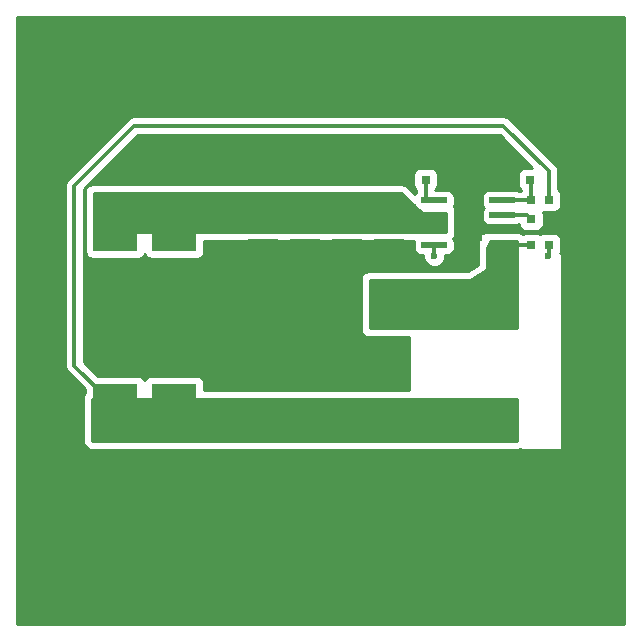
<source format=gbr>
G04 #@! TF.GenerationSoftware,KiCad,Pcbnew,(2017-08-08 revision 53204e097)-makepkg*
G04 #@! TF.CreationDate,2017-11-28T10:39:20+01:00*
G04 #@! TF.ProjectId,LMR1405001A,4C4D5231343035303031412E6B696361,rev?*
G04 #@! TF.SameCoordinates,Original*
G04 #@! TF.FileFunction,Copper,L2,Bot,Signal*
G04 #@! TF.FilePolarity,Positive*
%FSLAX46Y46*%
G04 Gerber Fmt 4.6, Leading zero omitted, Abs format (unit mm)*
G04 Created by KiCad (PCBNEW (2017-08-08 revision 53204e097)-makepkg) date 11/28/17 10:39:20*
%MOMM*%
%LPD*%
G01*
G04 APERTURE LIST*
%ADD10R,2.500000X1.000000*%
%ADD11R,0.800000X0.750000*%
%ADD12R,2.600000X3.200000*%
%ADD13R,5.400040X2.900680*%
%ADD14C,0.450000*%
%ADD15C,2.400000*%
%ADD16C,0.100000*%
%ADD17C,6.400000*%
%ADD18R,3.810000X3.810000*%
%ADD19C,0.600000*%
%ADD20C,0.300000*%
%ADD21C,0.254000*%
G04 APERTURE END LIST*
D10*
X129032000Y-88416000D03*
X129032000Y-91416000D03*
X121920000Y-91416000D03*
X121920000Y-88416000D03*
X125476000Y-88416000D03*
X125476000Y-91416000D03*
D11*
X141045500Y-89217500D03*
X142545500Y-89217500D03*
X141045500Y-91376500D03*
X142545500Y-91376500D03*
D10*
X121666000Y-102449500D03*
X121666000Y-105449500D03*
X118110000Y-105449500D03*
X118110000Y-102449500D03*
X128778000Y-102449500D03*
X128778000Y-105449500D03*
X125222000Y-105449500D03*
X125222000Y-102449500D03*
D12*
X121622000Y-96774000D03*
X128822000Y-96774000D03*
D13*
X137160000Y-95836740D03*
X137160000Y-105839260D03*
D11*
X132092000Y-85852000D03*
X133592000Y-85852000D03*
X141045500Y-87566500D03*
X142545500Y-87566500D03*
X140958000Y-85852000D03*
X139458000Y-85852000D03*
D14*
X136349500Y-90792000D03*
X135049500Y-90792000D03*
X135049500Y-88192000D03*
X136349500Y-88192000D03*
X136349500Y-89492000D03*
X135049500Y-89492000D03*
D15*
X135699500Y-89492000D03*
D16*
G36*
X136899500Y-91042000D02*
X134499500Y-91042000D01*
X134499500Y-87942000D01*
X136899500Y-87942000D01*
X136899500Y-91042000D01*
X136899500Y-91042000D01*
G37*
D14*
X138574500Y-91397000D03*
D16*
G36*
X139649500Y-91622000D02*
X137499500Y-91622000D01*
X137499500Y-91172000D01*
X139649500Y-91172000D01*
X139649500Y-91622000D01*
X139649500Y-91622000D01*
G37*
D14*
X138574500Y-90127000D03*
D16*
G36*
X139649500Y-90352000D02*
X137499500Y-90352000D01*
X137499500Y-89902000D01*
X139649500Y-89902000D01*
X139649500Y-90352000D01*
X139649500Y-90352000D01*
G37*
D14*
X138574500Y-88857000D03*
D16*
G36*
X139649500Y-89082000D02*
X137499500Y-89082000D01*
X137499500Y-88632000D01*
X139649500Y-88632000D01*
X139649500Y-89082000D01*
X139649500Y-89082000D01*
G37*
D14*
X138574500Y-87587000D03*
D16*
G36*
X139649500Y-87812000D02*
X137499500Y-87812000D01*
X137499500Y-87362000D01*
X139649500Y-87362000D01*
X139649500Y-87812000D01*
X139649500Y-87812000D01*
G37*
D14*
X132824500Y-87587000D03*
D16*
G36*
X133899500Y-87812000D02*
X131749500Y-87812000D01*
X131749500Y-87362000D01*
X133899500Y-87362000D01*
X133899500Y-87812000D01*
X133899500Y-87812000D01*
G37*
D14*
X132824500Y-88857000D03*
D16*
G36*
X133899500Y-89082000D02*
X131749500Y-89082000D01*
X131749500Y-88632000D01*
X133899500Y-88632000D01*
X133899500Y-89082000D01*
X133899500Y-89082000D01*
G37*
D14*
X132824500Y-90127000D03*
D16*
G36*
X133899500Y-90352000D02*
X131749500Y-90352000D01*
X131749500Y-89902000D01*
X133899500Y-89902000D01*
X133899500Y-90352000D01*
X133899500Y-90352000D01*
G37*
D14*
X132824500Y-91397000D03*
D16*
G36*
X133899500Y-91622000D02*
X131749500Y-91622000D01*
X131749500Y-91172000D01*
X133899500Y-91172000D01*
X133899500Y-91622000D01*
X133899500Y-91622000D01*
G37*
D10*
X118364000Y-88416000D03*
X118364000Y-91416000D03*
D17*
X101600000Y-118872000D03*
X144780000Y-76200000D03*
X144780000Y-118872000D03*
X101600000Y-76200000D03*
D18*
X105822912Y-90003600D03*
X110822912Y-90003600D03*
X110822912Y-95003600D03*
X105822912Y-95003600D03*
X105816400Y-105003600D03*
X110816400Y-105003600D03*
X110822912Y-100003600D03*
X105822912Y-100003600D03*
D19*
X124206000Y-97536000D03*
X124206000Y-96774000D03*
X124206000Y-96012000D03*
X126238000Y-97536000D03*
X126238000Y-96774000D03*
X126238000Y-96012000D03*
X125222000Y-97536000D03*
X125222000Y-96774000D03*
X125222000Y-96012000D03*
X106680000Y-85344000D03*
X128993004Y-92672156D03*
X125469782Y-92706529D03*
X121929373Y-92654970D03*
X118388965Y-92775275D03*
X128818393Y-101165917D03*
X125273111Y-101218832D03*
X121701371Y-101192375D03*
X118103175Y-101165917D03*
X135763000Y-82550000D03*
X134874000Y-82550000D03*
X135763000Y-83312000D03*
X135763000Y-84074000D03*
X136652000Y-82550000D03*
X136652000Y-83312000D03*
X134874000Y-83312000D03*
X134874000Y-84074000D03*
X136652000Y-84073990D03*
X135763000Y-84836000D03*
X135763000Y-85598000D03*
X134874000Y-84836000D03*
X134874000Y-85598000D03*
X136651984Y-86360000D03*
X134874000Y-86360000D03*
X135763000Y-86360000D03*
X136652000Y-84836000D03*
X136652000Y-85598000D03*
X142494000Y-92328994D03*
X132842000Y-92329000D03*
D20*
X118148000Y-88632000D02*
X118364000Y-88416000D01*
X118364000Y-88416000D02*
X119914000Y-88416000D01*
X119914000Y-88416000D02*
X121920000Y-88416000D01*
X129032000Y-88416000D02*
X130326000Y-88416000D01*
X130326000Y-88416000D02*
X130810000Y-88900000D01*
X130810000Y-88900000D02*
X132781500Y-88900000D01*
X132781500Y-88900000D02*
X132824500Y-88857000D01*
X121920000Y-88416000D02*
X125476000Y-88416000D01*
X132781500Y-90170000D02*
X132824500Y-90127000D01*
X125476000Y-88416000D02*
X129032000Y-88416000D01*
X132824500Y-90127000D02*
X132824500Y-88857000D01*
X123906001Y-97236001D02*
X124206000Y-97536000D01*
X123906001Y-97073999D02*
X123906001Y-97236001D01*
X123952000Y-97028000D02*
X123906001Y-97073999D01*
X124206000Y-96774000D02*
X124206000Y-97536000D01*
X121622000Y-96774000D02*
X124206000Y-96774000D01*
X125222000Y-97536000D02*
X126238000Y-97536000D01*
X126238000Y-96012000D02*
X126238000Y-96774000D01*
X124922001Y-96474001D02*
X125222000Y-96774000D01*
X124922001Y-96311999D02*
X124922001Y-96474001D01*
X124968000Y-96266000D02*
X124922001Y-96311999D01*
X125222000Y-96012000D02*
X125222000Y-96774000D01*
X129032000Y-91416000D02*
X129032000Y-92633160D01*
X129032000Y-92633160D02*
X128993004Y-92672156D01*
X125476000Y-91416000D02*
X125476000Y-92700311D01*
X125476000Y-92700311D02*
X125469782Y-92706529D01*
X121920000Y-91416000D02*
X121920000Y-92645597D01*
X121920000Y-92645597D02*
X121929373Y-92654970D01*
X118364000Y-91416000D02*
X118364000Y-92750310D01*
X118364000Y-92750310D02*
X118388965Y-92775275D01*
X128778000Y-102449500D02*
X128778000Y-101206310D01*
X128778000Y-101206310D02*
X128818393Y-101165917D01*
X125222000Y-102449500D02*
X125222000Y-101269943D01*
X125222000Y-101269943D02*
X125273111Y-101218832D01*
X121666000Y-102449500D02*
X121666000Y-101227746D01*
X121666000Y-101227746D02*
X121701371Y-101192375D01*
X118110000Y-102449500D02*
X118110000Y-101172742D01*
X118110000Y-101172742D02*
X118103175Y-101165917D01*
X134874000Y-82550000D02*
X135763000Y-82550000D01*
X134874000Y-83312000D02*
X135763000Y-83312000D01*
X135338736Y-84074000D02*
X135763000Y-84074000D01*
X135128000Y-84074000D02*
X135338736Y-84074000D01*
X134874000Y-84074000D02*
X135763000Y-84074000D01*
X135001000Y-83947000D02*
X135128000Y-84074000D01*
X136652000Y-83312000D02*
X136652000Y-82550000D01*
X136652000Y-84836000D02*
X136652000Y-84073990D01*
X135890000Y-84836000D02*
X135763000Y-84836000D01*
X134874000Y-84836000D02*
X135890000Y-84836000D01*
X134874000Y-85598000D02*
X135763000Y-85598000D01*
X136652000Y-86359984D02*
X136651984Y-86360000D01*
X136652000Y-85598000D02*
X136652000Y-86359984D01*
X135763000Y-86360000D02*
X134874000Y-86360000D01*
X136062999Y-86659999D02*
X135763000Y-86360000D01*
X136349500Y-86946500D02*
X136062999Y-86659999D01*
X136349500Y-88192000D02*
X136349500Y-86946500D01*
X138574500Y-88857000D02*
X140685000Y-88857000D01*
X140685000Y-88857000D02*
X141045500Y-89217500D01*
X129076000Y-95758000D02*
X137081260Y-95758000D01*
X137081260Y-95758000D02*
X137160000Y-95836740D01*
X138574500Y-91397000D02*
X138574500Y-95784500D01*
X138574500Y-95784500D02*
X138537500Y-95821500D01*
X138574500Y-91397000D02*
X141025000Y-91397000D01*
X141025000Y-91397000D02*
X141045500Y-91376500D01*
X142545500Y-92277494D02*
X142494000Y-92328994D01*
X142545500Y-91376500D02*
X142545500Y-92277494D01*
X132824500Y-92311500D02*
X132842000Y-92329000D01*
X132824500Y-91397000D02*
X132824500Y-92311500D01*
X132092000Y-85852000D02*
X132092000Y-87515000D01*
X132092000Y-87515000D02*
X132164000Y-87587000D01*
X132164000Y-87587000D02*
X132824500Y-87587000D01*
X106353600Y-105003600D02*
X105765600Y-105003600D01*
X105765600Y-105003600D02*
X102362000Y-101600000D01*
X102362000Y-86360000D02*
X107442000Y-81280000D01*
X102362000Y-101600000D02*
X102362000Y-86360000D01*
X142545500Y-85141500D02*
X142545500Y-86891500D01*
X107442000Y-81280000D02*
X138684000Y-81280000D01*
X138684000Y-81280000D02*
X142545500Y-85141500D01*
X142545500Y-86891500D02*
X142545500Y-87566500D01*
X117943500Y-105283000D02*
X118110000Y-105449500D01*
X128778000Y-105449500D02*
X136770240Y-105449500D01*
X136770240Y-105449500D02*
X137160000Y-105839260D01*
X125222000Y-105449500D02*
X126772000Y-105449500D01*
X126772000Y-105449500D02*
X128778000Y-105449500D01*
X121666000Y-105449500D02*
X125222000Y-105449500D01*
X118110000Y-105449500D02*
X121666000Y-105449500D01*
X141045500Y-87566500D02*
X141045500Y-85939500D01*
X141045500Y-85939500D02*
X140958000Y-85852000D01*
X138574500Y-87587000D02*
X141025000Y-87587000D01*
X141025000Y-87587000D02*
X141045500Y-87566500D01*
X128405760Y-105839260D02*
X128016000Y-105449500D01*
D21*
G36*
X139827000Y-98425000D02*
X129540698Y-98425000D01*
X137228183Y-93532962D01*
X137263996Y-93498713D01*
X137283976Y-93453367D01*
X137287000Y-93425817D01*
X137287000Y-91546788D01*
X137357309Y-91499809D01*
X137497657Y-91289765D01*
X137543559Y-91059000D01*
X139827000Y-91059000D01*
X139827000Y-98425000D01*
X139827000Y-98425000D01*
G37*
X139827000Y-98425000D02*
X129540698Y-98425000D01*
X137228183Y-93532962D01*
X137263996Y-93498713D01*
X137283976Y-93453367D01*
X137287000Y-93425817D01*
X137287000Y-91546788D01*
X137357309Y-91499809D01*
X137497657Y-91289765D01*
X137543559Y-91059000D01*
X139827000Y-91059000D01*
X139827000Y-98425000D01*
G36*
X148896000Y-123496000D02*
X97484000Y-123496000D01*
X97484000Y-86360000D01*
X101577000Y-86360000D01*
X101577000Y-101600000D01*
X101636755Y-101900407D01*
X101806921Y-102155079D01*
X103263960Y-103612118D01*
X103263960Y-103886871D01*
X103172336Y-104023996D01*
X103124000Y-104267000D01*
X103124000Y-108077000D01*
X103172336Y-108320004D01*
X103309987Y-108526013D01*
X103515996Y-108663664D01*
X103759000Y-108712000D01*
X139933121Y-108712000D01*
X140118639Y-108675099D01*
X140159399Y-108702333D01*
X140208000Y-108712000D01*
X143510000Y-108712000D01*
X143558601Y-108702333D01*
X143599803Y-108674803D01*
X143627333Y-108633601D01*
X143637000Y-108585000D01*
X143637000Y-92202000D01*
X143627333Y-92153399D01*
X143599803Y-92112197D01*
X143558601Y-92084667D01*
X143510000Y-92075000D01*
X143493052Y-92075000D01*
X143543657Y-91999265D01*
X143592940Y-91751500D01*
X143592940Y-91001500D01*
X143543657Y-90753735D01*
X143403309Y-90543691D01*
X143193265Y-90403343D01*
X142945500Y-90354060D01*
X142145500Y-90354060D01*
X141897735Y-90403343D01*
X141795500Y-90471655D01*
X141693265Y-90403343D01*
X141445500Y-90354060D01*
X140645500Y-90354060D01*
X140397735Y-90403343D01*
X140340776Y-90441402D01*
X140197004Y-90345336D01*
X139954000Y-90297000D01*
X137160000Y-90297000D01*
X136916996Y-90345336D01*
X136710987Y-90482987D01*
X136573336Y-90688996D01*
X136525000Y-90932000D01*
X136525000Y-93077236D01*
X135705086Y-93599000D01*
X127254000Y-93599000D01*
X127010996Y-93647336D01*
X126804987Y-93784987D01*
X126667336Y-93990996D01*
X126619000Y-94234000D01*
X126619000Y-98552000D01*
X126667336Y-98795004D01*
X126804987Y-99001013D01*
X127010996Y-99138664D01*
X127254000Y-99187000D01*
X130683000Y-99187000D01*
X130683000Y-103632000D01*
X113368840Y-103632000D01*
X113368840Y-103098600D01*
X113319557Y-102850835D01*
X113179209Y-102640791D01*
X112969165Y-102500443D01*
X112721400Y-102451160D01*
X108911400Y-102451160D01*
X108663635Y-102500443D01*
X108453591Y-102640791D01*
X108316400Y-102846110D01*
X108179209Y-102640791D01*
X107969165Y-102500443D01*
X107721400Y-102451160D01*
X104323318Y-102451160D01*
X103147000Y-101274842D01*
X103147000Y-86868000D01*
X103251000Y-86868000D01*
X103251000Y-90453811D01*
X103270472Y-90551475D01*
X103270472Y-91908600D01*
X103319755Y-92156365D01*
X103460103Y-92366409D01*
X103670147Y-92506757D01*
X103917912Y-92556040D01*
X107727912Y-92556040D01*
X107975677Y-92506757D01*
X108185721Y-92366409D01*
X108322912Y-92161090D01*
X108460103Y-92366409D01*
X108670147Y-92506757D01*
X108917912Y-92556040D01*
X112727912Y-92556040D01*
X112975677Y-92506757D01*
X113185721Y-92366409D01*
X113326069Y-92156365D01*
X113375352Y-91908600D01*
X113375352Y-91080312D01*
X131123460Y-91064415D01*
X131102060Y-91172000D01*
X131102060Y-91622000D01*
X131151343Y-91869765D01*
X131291691Y-92079809D01*
X131501735Y-92220157D01*
X131749500Y-92269440D01*
X131907051Y-92269440D01*
X131906838Y-92514167D01*
X132048883Y-92857943D01*
X132311673Y-93121192D01*
X132655201Y-93263838D01*
X133027167Y-93264162D01*
X133370943Y-93122117D01*
X133634192Y-92859327D01*
X133776838Y-92515799D01*
X133777053Y-92269440D01*
X133899500Y-92269440D01*
X134147265Y-92220157D01*
X134357309Y-92079809D01*
X134497657Y-91869765D01*
X134546940Y-91622000D01*
X134546940Y-91172000D01*
X134497657Y-90924235D01*
X134448722Y-90850999D01*
X134571664Y-90667004D01*
X134620000Y-90424000D01*
X134620000Y-88519000D01*
X134571664Y-88275996D01*
X134462420Y-88112501D01*
X134497657Y-88059765D01*
X134546940Y-87812000D01*
X134546940Y-87362000D01*
X134497657Y-87114235D01*
X134357309Y-86904191D01*
X134147265Y-86763843D01*
X133899500Y-86714560D01*
X132905284Y-86714560D01*
X132949809Y-86684809D01*
X133090157Y-86474765D01*
X133139440Y-86227000D01*
X133139440Y-85477000D01*
X133090157Y-85229235D01*
X132949809Y-85019191D01*
X132739765Y-84878843D01*
X132492000Y-84829560D01*
X131692000Y-84829560D01*
X131444235Y-84878843D01*
X131234191Y-85019191D01*
X131093843Y-85229235D01*
X131044560Y-85477000D01*
X131044560Y-86227000D01*
X131093843Y-86474765D01*
X131234191Y-86684809D01*
X131307000Y-86733459D01*
X131307000Y-86893962D01*
X131291691Y-86904191D01*
X131185140Y-87063654D01*
X130503111Y-86424252D01*
X130312250Y-86301026D01*
X130069282Y-86252508D01*
X103886473Y-86233000D01*
X103642996Y-86281336D01*
X103436987Y-86418987D01*
X103299336Y-86624996D01*
X103251000Y-86868000D01*
X103147000Y-86868000D01*
X103147000Y-86685158D01*
X107767158Y-82065000D01*
X138358842Y-82065000D01*
X141123402Y-84829560D01*
X140558000Y-84829560D01*
X140310235Y-84878843D01*
X140100191Y-85019191D01*
X139959843Y-85229235D01*
X139910560Y-85477000D01*
X139910560Y-86227000D01*
X139959843Y-86474765D01*
X140100191Y-86684809D01*
X140183264Y-86740317D01*
X140142048Y-86802000D01*
X139954371Y-86802000D01*
X139897265Y-86763843D01*
X139649500Y-86714560D01*
X137499500Y-86714560D01*
X137251735Y-86763843D01*
X137041691Y-86904191D01*
X136901343Y-87114235D01*
X136852060Y-87362000D01*
X136852060Y-87812000D01*
X136901343Y-88059765D01*
X137009746Y-88222000D01*
X136901343Y-88384235D01*
X136852060Y-88632000D01*
X136852060Y-89082000D01*
X136901343Y-89329765D01*
X137041691Y-89539809D01*
X137251735Y-89680157D01*
X137499500Y-89729440D01*
X139649500Y-89729440D01*
X139897265Y-89680157D01*
X139954371Y-89642000D01*
X140007906Y-89642000D01*
X140047343Y-89840265D01*
X140187691Y-90050309D01*
X140397735Y-90190657D01*
X140645500Y-90239940D01*
X141445500Y-90239940D01*
X141693265Y-90190657D01*
X141903309Y-90050309D01*
X142043657Y-89840265D01*
X142092940Y-89592500D01*
X142092940Y-88842500D01*
X142043657Y-88594735D01*
X142023581Y-88564689D01*
X142145500Y-88588940D01*
X142945500Y-88588940D01*
X143193265Y-88539657D01*
X143403309Y-88399309D01*
X143543657Y-88189265D01*
X143592940Y-87941500D01*
X143592940Y-87191500D01*
X143543657Y-86943735D01*
X143403309Y-86733691D01*
X143330500Y-86685041D01*
X143330500Y-85141500D01*
X143270745Y-84841094D01*
X143100579Y-84586421D01*
X139239079Y-80724921D01*
X138984407Y-80554755D01*
X138684000Y-80495000D01*
X107442000Y-80495000D01*
X107141594Y-80554755D01*
X106886921Y-80724921D01*
X101806921Y-85804921D01*
X101636755Y-86059593D01*
X101602262Y-86233000D01*
X101577000Y-86360000D01*
X97484000Y-86360000D01*
X97484000Y-72084000D01*
X148896000Y-72084000D01*
X148896000Y-123496000D01*
X148896000Y-123496000D01*
G37*
X148896000Y-123496000D02*
X97484000Y-123496000D01*
X97484000Y-86360000D01*
X101577000Y-86360000D01*
X101577000Y-101600000D01*
X101636755Y-101900407D01*
X101806921Y-102155079D01*
X103263960Y-103612118D01*
X103263960Y-103886871D01*
X103172336Y-104023996D01*
X103124000Y-104267000D01*
X103124000Y-108077000D01*
X103172336Y-108320004D01*
X103309987Y-108526013D01*
X103515996Y-108663664D01*
X103759000Y-108712000D01*
X139933121Y-108712000D01*
X140118639Y-108675099D01*
X140159399Y-108702333D01*
X140208000Y-108712000D01*
X143510000Y-108712000D01*
X143558601Y-108702333D01*
X143599803Y-108674803D01*
X143627333Y-108633601D01*
X143637000Y-108585000D01*
X143637000Y-92202000D01*
X143627333Y-92153399D01*
X143599803Y-92112197D01*
X143558601Y-92084667D01*
X143510000Y-92075000D01*
X143493052Y-92075000D01*
X143543657Y-91999265D01*
X143592940Y-91751500D01*
X143592940Y-91001500D01*
X143543657Y-90753735D01*
X143403309Y-90543691D01*
X143193265Y-90403343D01*
X142945500Y-90354060D01*
X142145500Y-90354060D01*
X141897735Y-90403343D01*
X141795500Y-90471655D01*
X141693265Y-90403343D01*
X141445500Y-90354060D01*
X140645500Y-90354060D01*
X140397735Y-90403343D01*
X140340776Y-90441402D01*
X140197004Y-90345336D01*
X139954000Y-90297000D01*
X137160000Y-90297000D01*
X136916996Y-90345336D01*
X136710987Y-90482987D01*
X136573336Y-90688996D01*
X136525000Y-90932000D01*
X136525000Y-93077236D01*
X135705086Y-93599000D01*
X127254000Y-93599000D01*
X127010996Y-93647336D01*
X126804987Y-93784987D01*
X126667336Y-93990996D01*
X126619000Y-94234000D01*
X126619000Y-98552000D01*
X126667336Y-98795004D01*
X126804987Y-99001013D01*
X127010996Y-99138664D01*
X127254000Y-99187000D01*
X130683000Y-99187000D01*
X130683000Y-103632000D01*
X113368840Y-103632000D01*
X113368840Y-103098600D01*
X113319557Y-102850835D01*
X113179209Y-102640791D01*
X112969165Y-102500443D01*
X112721400Y-102451160D01*
X108911400Y-102451160D01*
X108663635Y-102500443D01*
X108453591Y-102640791D01*
X108316400Y-102846110D01*
X108179209Y-102640791D01*
X107969165Y-102500443D01*
X107721400Y-102451160D01*
X104323318Y-102451160D01*
X103147000Y-101274842D01*
X103147000Y-86868000D01*
X103251000Y-86868000D01*
X103251000Y-90453811D01*
X103270472Y-90551475D01*
X103270472Y-91908600D01*
X103319755Y-92156365D01*
X103460103Y-92366409D01*
X103670147Y-92506757D01*
X103917912Y-92556040D01*
X107727912Y-92556040D01*
X107975677Y-92506757D01*
X108185721Y-92366409D01*
X108322912Y-92161090D01*
X108460103Y-92366409D01*
X108670147Y-92506757D01*
X108917912Y-92556040D01*
X112727912Y-92556040D01*
X112975677Y-92506757D01*
X113185721Y-92366409D01*
X113326069Y-92156365D01*
X113375352Y-91908600D01*
X113375352Y-91080312D01*
X131123460Y-91064415D01*
X131102060Y-91172000D01*
X131102060Y-91622000D01*
X131151343Y-91869765D01*
X131291691Y-92079809D01*
X131501735Y-92220157D01*
X131749500Y-92269440D01*
X131907051Y-92269440D01*
X131906838Y-92514167D01*
X132048883Y-92857943D01*
X132311673Y-93121192D01*
X132655201Y-93263838D01*
X133027167Y-93264162D01*
X133370943Y-93122117D01*
X133634192Y-92859327D01*
X133776838Y-92515799D01*
X133777053Y-92269440D01*
X133899500Y-92269440D01*
X134147265Y-92220157D01*
X134357309Y-92079809D01*
X134497657Y-91869765D01*
X134546940Y-91622000D01*
X134546940Y-91172000D01*
X134497657Y-90924235D01*
X134448722Y-90850999D01*
X134571664Y-90667004D01*
X134620000Y-90424000D01*
X134620000Y-88519000D01*
X134571664Y-88275996D01*
X134462420Y-88112501D01*
X134497657Y-88059765D01*
X134546940Y-87812000D01*
X134546940Y-87362000D01*
X134497657Y-87114235D01*
X134357309Y-86904191D01*
X134147265Y-86763843D01*
X133899500Y-86714560D01*
X132905284Y-86714560D01*
X132949809Y-86684809D01*
X133090157Y-86474765D01*
X133139440Y-86227000D01*
X133139440Y-85477000D01*
X133090157Y-85229235D01*
X132949809Y-85019191D01*
X132739765Y-84878843D01*
X132492000Y-84829560D01*
X131692000Y-84829560D01*
X131444235Y-84878843D01*
X131234191Y-85019191D01*
X131093843Y-85229235D01*
X131044560Y-85477000D01*
X131044560Y-86227000D01*
X131093843Y-86474765D01*
X131234191Y-86684809D01*
X131307000Y-86733459D01*
X131307000Y-86893962D01*
X131291691Y-86904191D01*
X131185140Y-87063654D01*
X130503111Y-86424252D01*
X130312250Y-86301026D01*
X130069282Y-86252508D01*
X103886473Y-86233000D01*
X103642996Y-86281336D01*
X103436987Y-86418987D01*
X103299336Y-86624996D01*
X103251000Y-86868000D01*
X103147000Y-86868000D01*
X103147000Y-86685158D01*
X107767158Y-82065000D01*
X138358842Y-82065000D01*
X141123402Y-84829560D01*
X140558000Y-84829560D01*
X140310235Y-84878843D01*
X140100191Y-85019191D01*
X139959843Y-85229235D01*
X139910560Y-85477000D01*
X139910560Y-86227000D01*
X139959843Y-86474765D01*
X140100191Y-86684809D01*
X140183264Y-86740317D01*
X140142048Y-86802000D01*
X139954371Y-86802000D01*
X139897265Y-86763843D01*
X139649500Y-86714560D01*
X137499500Y-86714560D01*
X137251735Y-86763843D01*
X137041691Y-86904191D01*
X136901343Y-87114235D01*
X136852060Y-87362000D01*
X136852060Y-87812000D01*
X136901343Y-88059765D01*
X137009746Y-88222000D01*
X136901343Y-88384235D01*
X136852060Y-88632000D01*
X136852060Y-89082000D01*
X136901343Y-89329765D01*
X137041691Y-89539809D01*
X137251735Y-89680157D01*
X137499500Y-89729440D01*
X139649500Y-89729440D01*
X139897265Y-89680157D01*
X139954371Y-89642000D01*
X140007906Y-89642000D01*
X140047343Y-89840265D01*
X140187691Y-90050309D01*
X140397735Y-90190657D01*
X140645500Y-90239940D01*
X141445500Y-90239940D01*
X141693265Y-90190657D01*
X141903309Y-90050309D01*
X142043657Y-89840265D01*
X142092940Y-89592500D01*
X142092940Y-88842500D01*
X142043657Y-88594735D01*
X142023581Y-88564689D01*
X142145500Y-88588940D01*
X142945500Y-88588940D01*
X143193265Y-88539657D01*
X143403309Y-88399309D01*
X143543657Y-88189265D01*
X143592940Y-87941500D01*
X143592940Y-87191500D01*
X143543657Y-86943735D01*
X143403309Y-86733691D01*
X143330500Y-86685041D01*
X143330500Y-85141500D01*
X143270745Y-84841094D01*
X143100579Y-84586421D01*
X139239079Y-80724921D01*
X138984407Y-80554755D01*
X138684000Y-80495000D01*
X107442000Y-80495000D01*
X107141594Y-80554755D01*
X106886921Y-80724921D01*
X101806921Y-85804921D01*
X101636755Y-86059593D01*
X101602262Y-86233000D01*
X101577000Y-86360000D01*
X97484000Y-86360000D01*
X97484000Y-72084000D01*
X148896000Y-72084000D01*
X148896000Y-123496000D01*
G36*
X130018548Y-87014471D02*
X131181212Y-88104467D01*
X131291691Y-88269809D01*
X131501735Y-88410157D01*
X131508776Y-88411557D01*
X131722209Y-88611651D01*
X131764276Y-88637839D01*
X131809069Y-88646000D01*
X133852060Y-88646000D01*
X133852060Y-90297000D01*
X131780081Y-90297000D01*
X131755709Y-90301848D01*
X130455208Y-90303013D01*
X130282000Y-90268560D01*
X127782000Y-90268560D01*
X127595917Y-90305574D01*
X126915149Y-90306184D01*
X126726000Y-90268560D01*
X124226000Y-90268560D01*
X124023831Y-90308773D01*
X123375090Y-90309354D01*
X123170000Y-90268560D01*
X120670000Y-90268560D01*
X120451746Y-90311973D01*
X119835031Y-90312525D01*
X119614000Y-90268560D01*
X117114000Y-90268560D01*
X116879661Y-90315172D01*
X104013000Y-90326697D01*
X104013000Y-86995095D01*
X130018548Y-87014471D01*
X130018548Y-87014471D01*
G37*
X130018548Y-87014471D02*
X131181212Y-88104467D01*
X131291691Y-88269809D01*
X131501735Y-88410157D01*
X131508776Y-88411557D01*
X131722209Y-88611651D01*
X131764276Y-88637839D01*
X131809069Y-88646000D01*
X133852060Y-88646000D01*
X133852060Y-90297000D01*
X131780081Y-90297000D01*
X131755709Y-90301848D01*
X130455208Y-90303013D01*
X130282000Y-90268560D01*
X127782000Y-90268560D01*
X127595917Y-90305574D01*
X126915149Y-90306184D01*
X126726000Y-90268560D01*
X124226000Y-90268560D01*
X124023831Y-90308773D01*
X123375090Y-90309354D01*
X123170000Y-90268560D01*
X120670000Y-90268560D01*
X120451746Y-90311973D01*
X119835031Y-90312525D01*
X119614000Y-90268560D01*
X117114000Y-90268560D01*
X116879661Y-90315172D01*
X104013000Y-90326697D01*
X104013000Y-86995095D01*
X130018548Y-87014471D01*
G36*
X139806121Y-104402806D02*
X139806121Y-107950000D01*
X103886000Y-107950000D01*
X103886000Y-104394000D01*
X139803390Y-104394000D01*
X139806121Y-104402806D01*
X139806121Y-104402806D01*
G37*
X139806121Y-104402806D02*
X139806121Y-107950000D01*
X103886000Y-107950000D01*
X103886000Y-104394000D01*
X139803390Y-104394000D01*
X139806121Y-104402806D01*
G36*
X130519348Y-98425000D02*
X127381000Y-98425000D01*
X127381000Y-94361000D01*
X136973936Y-94361000D01*
X130519348Y-98425000D01*
X130519348Y-98425000D01*
G37*
X130519348Y-98425000D02*
X127381000Y-98425000D01*
X127381000Y-94361000D01*
X136973936Y-94361000D01*
X130519348Y-98425000D01*
M02*

</source>
